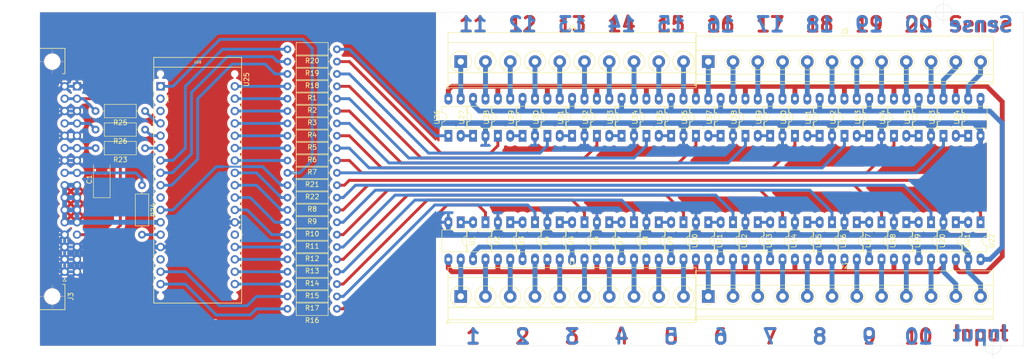
<source format=kicad_pcb>
(kicad_pcb (version 20221018) (generator pcbnew)
  (layers (0 "F.Cu" signal) (31 "B.Cu" signal) (34 "B.Paste" user) (35 "F.Paste" user) (36 "B.SilkS" user "B.Silkscreen") (37 "F.SilkS" user "F.Silkscreen") (38 "B.Mask" user) (39 "F.Mask" user) (44 "Edge.Cuts" user))
  (net 0 "")
  (net 1 "Net-(J2-Pad10)")
  (net 2 "Net-(J2-Pad9)")
  (net 3 "Net-(J2-Pad8)")
  (net 4 "Net-(J2-Pad7)")
  (net 5 "Net-(J2-Pad6)")
  (net 6 "Net-(J2-Pad5)")
  (net 7 "Net-(J2-Pad4)")
  (net 8 "Net-(J2-Pad3)")
  (net 9 "Net-(J2-Pad2)")
  (net 10 "Net-(J2-Pad1)")
  (net 11 "Net-(J4-Pad10)")
  (net 12 "Net-(J4-Pad9)")
  (net 13 "Net-(J4-Pad8)")
  (net 14 "Net-(J4-Pad7)")
  (net 15 "Net-(J4-Pad6)")
  (net 16 "Net-(J4-Pad5)")
  (net 17 "Net-(J4-Pad4)")
  (net 18 "Net-(J4-Pad3)")
  (net 19 "Net-(J4-Pad2)")
  (net 20 "Net-(J4-Pad1)")
  (net 21 "Net-(U1-Pad1)")
  (net 22 "GND")
  (net 23 "Net-(U11-Pad1)")
  (net 24 "Net-(U10-Pad2)")
  (net 25 "Net-(U23-Pad2)")
  (net 26 "Net-(U26-Pad2)")
  (net 27 "Net-(U30-Pad2)")
  (net 28 "Net-(U34-Pad2)")
  (net 29 "/SENSE_LO")
  (net 30 "Net-(J5-Pad10)")
  (net 31 "Net-(J5-Pad9)")
  (net 32 "Net-(J5-Pad8)")
  (net 33 "Net-(J5-Pad7)")
  (net 34 "Net-(J5-Pad6)")
  (net 35 "Net-(J5-Pad5)")
  (net 36 "Net-(J5-Pad4)")
  (net 37 "Net-(J5-Pad3)")
  (net 38 "Net-(J5-Pad2)")
  (net 39 "Net-(J5-Pad1)")
  (net 40 "STROBE")
  (net 41 "CLK")
  (net 42 "+5V")
  (net 43 "DATA")
  (net 44 "Net-(U19-Pad1)")
  (net 45 "Net-(U15-Pad1)")
  (net 46 "Net-(U38-Pad2)")
  (net 47 "Net-(U42-Pad2)")
  (net 48 "RESET")
  (net 49 "Net-(J1-Pad10)")
  (net 50 "Net-(J1-Pad9)")
  (net 51 "Net-(J1-Pad8)")
  (net 52 "Net-(J1-Pad7)")
  (net 53 "Net-(J1-Pad6)")
  (net 54 "Net-(J1-Pad5)")
  (net 55 "Net-(J1-Pad4)")
  (net 56 "Net-(J1-Pad3)")
  (net 57 "Net-(J1-Pad2)")
  (net 58 "Net-(J1-Pad1)")
  (net 59 "Net-(U13-Pad1)")
  (net 60 "Net-(U17-Pad1)")
  (net 61 "Net-(U21-Pad1)")
  (net 62 "Net-(U28-Pad2)")
  (net 63 "Net-(U32-Pad2)")
  (net 64 "Net-(U36-Pad2)")
  (net 65 "Net-(U40-Pad2)")
  (net 66 "Net-(U44-Pad2)")
  (net 67 "Net-(J2-Pad12)")
  (net 68 "Net-(J2-Pad11)")
  (net 69 "Net-(U3-Pad1)")
  (net 70 "Net-(U5-Pad1)")
  (net 71 "Net-(U7-Pad1)")
  (net 72 "Net-(U21-Pad4)")
  (net 73 "Net-(U22-Pad4)")
  (net 74 "Net-(R18-Pad2)")
  (net 75 "Net-(R19-Pad2)")
  (net 76 "Net-(R20-Pad2)")
  (net 77 "Net-(R14-Pad2)")
  (net 78 "Net-(R16-Pad2)")
  (net 79 "Net-(R1-Pad2)")
  (net 80 "Net-(R2-Pad2)")
  (net 81 "Net-(R3-Pad2)")
  (net 82 "Net-(R4-Pad2)")
  (net 83 "Net-(R5-Pad2)")
  (net 84 "Net-(R6-Pad2)")
  (net 85 "Net-(R7-Pad2)")
  (net 86 "Net-(R8-Pad2)")
  (net 87 "Net-(R9-Pad2)")
  (net 88 "Net-(R10-Pad2)")
  (net 89 "Net-(R11-Pad2)")
  (net 90 "Net-(R12-Pad2)")
  (net 91 "Net-(R13-Pad2)")
  (net 92 "Net-(R15-Pad2)")
  (net 93 "Net-(R17-Pad2)")
  (net 94 "Net-(J5-Pad12)")
  (net 95 "CH1")
  (net 96 "CH2")
  (net 97 "CH3")
  (net 98 "CH4")
  (net 99 "CH5")
  (net 100 "CH6")
  (net 101 "CH7")
  (net 102 "CH8")
  (net 103 "CH9")
  (net 104 "CH10")
  (net 105 "CH11")
  (net 106 "CH12")
  (net 107 "CH13")
  (net 108 "CH14")
  (net 109 "CH15")
  (net 110 "CH16")
  (net 111 "CH17")
  (net 112 "CH18")
  (net 113 "CH19")
  (net 114 "CH20")
  (net 115 "BUSB_2_INPUT")
  (net 116 "BUSB_2_SENSE")
  (net 117 "Net-(U25-Pad22)")
  (net 118 "Net-(U25-Pad15)")
  (net 119 "Net-(U25-Pad3)")
  (net 120 "Net-(U25-Pad2)")
  (net 121 "Net-(R21-Pad2)")
  (net 122 "Net-(R22-Pad2)")
  (net 123 "Net-(R24-Pad2)")
  (net 124 "Net-(U25-Pad10)")
  (net 125 "Net-(R23-Pad1)")
  (net 126 "Net-(R25-Pad1)")
  (net 127 "Net-(R26-Pad1)")
  (footprint "TerminalBlock_Phoenix:TerminalBlock_Phoenix_MKDS-1,5-12-5.08_1x12_P5.08mm_Horizontal" (layer "F.Cu") (at 162.56 144.78)
    (fp_text reference "J2")
    (fp_text value "Screw_Terminal_01x12")
  )
  (footprint "cozKiCadLibrary:DIP-4_W7.62mm_LongPads_coz" (layer "F.Cu") (at 177.8 129.54 -90)
    (fp_text reference "U14")
    (fp_text value "TLP3558")
  )
  (footprint "cozKiCadLibrary:DIP-4_W7.62mm_LongPads_coz" (layer "F.Cu") (at 213.36 129.54 -90)
    (fp_text reference "U21")
    (fp_text value "TLP3558")
  )
  (footprint "cozKiCadLibrary:DIP-4_W7.62mm_LongPads_coz" (layer "F.Cu") (at 208.28 129.54 -90)
    (fp_text reference "U20")
    (fp_text value "TLP3558")
  )
  (footprint "cozKiCadLibrary:DIP-4_W7.62mm_LongPads_coz" (layer "F.Cu") (at 187.96 129.54 -90)
    (fp_text reference "U16")
    (fp_text value "TLP3558")
  )
  (footprint "cozKiCadLibrary:DIP-4_W7.62mm_LongPads_coz" (layer "F.Cu") (at 193.04 129.54 -90)
    (fp_text reference "U17")
    (fp_text value "TLP3558")
  )
  (footprint "cozKiCadLibrary:DIP-4_W7.62mm_LongPads_coz" (layer "F.Cu") (at 172.72 129.54 -90)
    (fp_text reference "U13")
    (fp_text value "TLP3558")
  )
  (footprint "cozKiCadLibrary:DIP-4_W7.62mm_LongPads_coz" (layer "F.Cu") (at 203.2 129.54 -90)
    (fp_text reference "U19")
    (fp_text value "TLP3558")
  )
  (footprint "cozKiCadLibrary:DIP-4_W7.62mm_LongPads_coz" (layer "F.Cu") (at 218.44 129.54 -90)
    (fp_text reference "U22")
    (fp_text value "TLP3558")
  )
  (footprint "cozKiCadLibrary:DIP-4_W7.62mm_LongPads_coz" (layer "F.Cu") (at 198.12 129.54 -90)
    (fp_text reference "U18")
    (fp_text value "TLP3558")
  )
  (footprint "TerminalBlock_Phoenix:TerminalBlock_Phoenix_MKDS-3-10-5.08_1x10_P5.08mm_Horizontal" (layer "F.Cu") (at 111.76 144.78)
    (fp_text reference "J1")
    (fp_text value "Screw_Terminal_01x10")
  )
  (footprint "TerminalBlock_Phoenix:TerminalBlock_Phoenix_MKDS-1,5-12-5.08_1x12_P5.08mm_Horizontal" (layer "F.Cu") (at 162.56 96.52)
    (fp_text reference "J5")
    (fp_text value "Screw_Terminal_01x12")
  )
  (footprint "cozKiCadLibrary:DIP-4_W7.62mm_LongPads_coz" (layer "F.Cu") (at 127 129.54 -90)
    (fp_text reference "U4")
    (fp_text value "TLP3558")
  )
  (footprint "cozKiCadLibrary:DIP-4_W7.62mm_LongPads_coz" (layer "F.Cu") (at 116.84 129.54 -90)
    (fp_text reference "U2")
    (fp_text value "TLP3558")
  )
  (footprint "cozKiCadLibrary:DIP-4_W7.62mm_LongPads_coz" (layer "F.Cu") (at 137.16 129.54 -90)
    (fp_text reference "U6")
    (fp_text value "TLP3558")
  )
  (footprint "cozKiCadLibrary:DIP-4_W7.62mm_LongPads_coz" (layer "F.Cu") (at 111.76 129.54 -90)
    (fp_text reference "U1")
    (fp_text value "TLP3558")
  )
  (footprint "cozKiCadLibrary:DIP-4_W7.62mm_LongPads_coz" (layer "F.Cu") (at 121.92 129.54 -90)
    (fp_text reference "U3")
    (fp_text value "TLP3558")
  )
  (footprint "cozKiCadLibrary:DIP-4_W7.62mm_LongPads_coz" (layer "F.Cu") (at 134.62 111.76 90)
    (fp_text reference "U31")
    (fp_text value "TLP3558")
  )
  (footprint "cozKiCadLibrary:DIP-4_W7.62mm_LongPads_coz" (layer "F.Cu") (at 139.7 111.76 90)
    (fp_text reference "U32")
    (fp_text value "TLP3558")
  )
  (footprint "cozKiCadLibrary:DIP-4_W7.62mm_LongPads_coz" (layer "F.Cu") (at 147.32 129.54 -90)
    (fp_text reference "U8")
    (fp_text value "TLP3558")
  )
  (footprint "cozKiCadLibrary:DIP-4_W7.62mm_LongPads_coz" (layer "F.Cu") (at 144.78 111.76 90)
    (fp_text reference "U33")
    (fp_text value "TLP3558")
  )
  (footprint "cozKiCadLibrary:DIP-4_W7.62mm_LongPads_coz" (layer "F.Cu") (at 142.24 129.54 -90)
    (fp_text reference "U7")
    (fp_text value "TLP3558")
  )
  (footprint "cozKiCadLibrary:DIP-4_W7.62mm_LongPads_coz" (layer "F.Cu") (at 149.86 111.76 90)
    (fp_text reference "U34")
    (fp_text value "TLP3558")
  )
  (footprint "cozKiCadLibrary:DIP-4_W7.62mm_LongPads_coz" (layer "F.Cu") (at 152.4 129.54 -90)
    (fp_text reference "U9")
    (fp_text value "TLP3558")
  )
  (footprint "cozKiCadLibrary:DIP-4_W7.62mm_LongPads_coz" (layer "F.Cu") (at 132.08 129.54 -90)
    (fp_text reference "U5")
    (fp_text value "TLP3558")
  )
  (footprint "cozKiCadLibrary:DIP-4_W7.62mm_LongPads_coz" (layer "F.Cu") (at 154.94 111.76 90)
    (fp_text reference "U35")
    (fp_text value "TLP3558")
  )
  (footprint "cozKiCadLibrary:DIP-4_W7.62mm_LongPads_coz" (layer "F.Cu") (at 162.56 129.54 -90)
    (fp_text reference "U11")
    (fp_text value "TLP3558")
  )
  (footprint "cozKiCadLibrary:DIP-4_W7.62mm_LongPads_coz" (layer "F.Cu") (at 160.02 111.76 90)
    (fp_text reference "U36")
    (fp_text value "TLP3558")
  )
  (footprint "cozKiCadLibrary:DIP-4_W7.62mm_LongPads_coz" (layer "F.Cu") (at 157.48 129.54 -90)
    (fp_text reference "U10")
    (fp_text value "TLP3558")
  )
  (footprint "cozKiCadLibrary:DIP-4_W7.62mm_LongPads_coz" (layer "F.Cu") (at 167.64 129.54 -90)
    (fp_text reference "U12")
    (fp_text value "TLP3558")
  )
  (footprint "cozKiCadLibrary:DIP-4_W7.62mm_LongPads_coz" (layer "F.Cu") (at 165.1 111.76 90)
    (fp_text reference "U37")
    (fp_text value "TLP3558")
  )
  (footprint "cozKiCadLibrary:DIP-4_W7.62mm_LongPads_coz" (layer "F.Cu") (at 170.18 111.76 90)
    (fp_text reference "U38")
    (fp_text value "TLP3558")
  )
  (footprint "cozKiCadLibrary:DIP-4_W7.62mm_LongPads_coz" (layer "F.Cu") (at 175.26 111.76 90)
    (fp_text reference "U39")
    (fp_text value "TLP3558")
  )
  (footprint "cozKiCadLibrary:DIP-4_W7.62mm_LongPads_coz" (layer "F.Cu") (at 180.34 111.76 90)
    (fp_text reference "U40")
    (fp_text value "TLP3558")
  )
  (footprint "cozKiCadLibrary:DIP-4_W7.62mm_LongPads_coz" (layer "F.Cu") (at 185.42 111.76 90)
    (fp_text reference "U41")
    (fp_text value "TLP3558")
  )
  (footprint "cozKiCadLibrary:DIP-4_W7.62mm_LongPads_coz" (layer "F.Cu") (at 190.5 111.76 90)
    (fp_text reference "U42")
    (fp_text value "TLP3558")
  )
  (footprint "cozKiCadLibrary:DIP-4_W7.62mm_LongPads_coz" (layer "F.Cu") (at 195.58 111.76 90)
    (fp_text reference "U43")
    (fp_text value "TLP3558")
  )
  (footprint "cozKiCadLibrary:DIP-4_W7.62mm_LongPads_coz" (layer "F.Cu") (at 200.66 111.76 90)
    (fp_text reference "U44")
    (fp_text value "TLP3558")
  )
  (footprint "cozKiCadLibrary:DIP-4_W7.62mm_LongPads_coz" (layer "F.Cu") (at 205.74 111.76 90)
    (fp_text reference "U45")
    (fp_text value "TLP3558")
  )
  (footprint "cozKiCadLibrary:DIP-4_W7.62mm_LongPads_coz" (layer "F.Cu") (at 210.82 111.76 90)
    (fp_text reference "U23")
    (fp_text value "TLP3558")
  )
  (footprint "cozKiCadLibrary:DIP-4_W7.62mm_LongPads_coz" (layer "F.Cu") (at 215.9 111.76 90)
    (fp_text reference "U24")
    (fp_text value "TLP3558")
  )
  (footprint "cozKiCadLibrary:DIP-4_W7.62mm_LongPads_coz" (layer "F.Cu") (at 119.38 111.76 90)
    (fp_text reference "U28")
    (fp_text value "TLP3558")
  )
  (footprint "cozKiCadLibrary:DIP-4_W7.62mm_LongPads_coz" (layer "F.Cu") (at 129.54 111.76 90)
    (fp_text reference "U30")
    (fp_text value "TLP3558")
  )
  (footprint "cozKiCadLibrary:DIP-4_W7.62mm_LongPads_coz" (layer "F.Cu") (at 114.3 111.76 90)
    (fp_text reference "U27")
    (fp_text value "TLP3558")
  )
  (footprint "cozKiCadLibrary:DIP-4_W7.62mm_LongPads_coz" (layer "F.Cu") (at 109.22 111.76 90)
    (fp_text reference "U26")
    (fp_text value "TLP3558")
  )
  (footprint "cozKiCadLibrary:DIP-4_W7.62mm_LongPads_coz" (layer "F.Cu") (at 124.46 111.76 90)
    (fp_text reference "U29")
    (fp_text value "TLP3558")
  )
  (footprint "cozKiCadLibrary:DIP-4_W7.62mm_LongPads_coz" (layer "F.Cu") (at 182.88 129.54 -90)
    (fp_text reference "U15")
    (fp_text value "TLP3558")
  )
  (footprint "Resistor_THT:R_Axial_DIN0207_L6.3mm_D2.5mm_P10.16mm_Horizontal" (layer "F.Cu") (at 86.36 147.32 180)
    (fp_text reference "R16")
    (fp_text value "R")
  )
  (footprint "Resistor_THT:R_Axial_DIN0207_L6.3mm_D2.5mm_P10.16mm_Horizontal" (layer "F.Cu") (at 86.36 121.92 180)
    (fp_text reference "R22")
    (fp_text value "R")
  )
  (footprint "Resistor_THT:R_Axial_DIN0207_L6.3mm_D2.5mm_P10.16mm_Horizontal" (layer "F.Cu") (at 86.36 119.38 180)
    (fp_text reference "R21")
    (fp_text value "R")
  )
  (footprint "TerminalBlock_Phoenix:TerminalBlock_Phoenix_MKDS-3-10-5.08_1x10_P5.08mm_Horizontal" (layer "F.Cu") (at 111.76 96.52)
    (fp_text reference "J4")
    (fp_text value "Screw_Terminal_01x10")
  )
  (footprint "Resistor_THT:R_Axial_DIN0207_L6.3mm_D2.5mm_P10.16mm_Horizontal" (layer "F.Cu") (at 46.99 114.3 180)
    (fp_text reference "R23")
    (fp_text value "R")
  )
  (footprint "Resistor_THT:R_Axial_DIN0207_L6.3mm_D2.5mm_P10.16mm_Horizontal" (layer "F.Cu") (at 86.36 101.6 180)
    (fp_text reference "R1")
    (fp_text value "R")
  )
  (footprint "Resistor_THT:R_Axial_DIN0207_L6.3mm_D2.5mm_P10.16mm_Horizontal" (layer "F.Cu") (at 86.36 104.14 180)
    (fp_text reference "R2")
    (fp_text value "R")
  )
  (footprint "Resistor_THT:R_Axial_DIN0207_L6.3mm_D2.5mm_P10.16mm_Horizontal" (layer "F.Cu") (at 86.36 106.68 180)
    (fp_text reference "R3")
    (fp_text value "R")
  )
  (footprint "Resistor_THT:R_Axial_DIN0207_L6.3mm_D2.5mm_P10.16mm_Horizontal" (layer "F.Cu") (at 86.36 109.22 180)
    (fp_text reference "R4")
    (fp_text value "R")
  )
  (footprint "Resistor_THT:R_Axial_DIN0207_L6.3mm_D2.5mm_P10.16mm_Horizontal" (layer "F.Cu") (at 86.36 111.76 180)
    (fp_text reference "R5")
    (fp_text value "R")
  )
  (footprint "Resistor_THT:R_Axial_DIN0207_L6.3mm_D2.5mm_P10.16mm_Horizontal" (layer "F.Cu") (at 86.36 114.3 180)
    (fp_text reference "R6")
    (fp_text value "R")
  )
  (footprint "Resistor_THT:R_Axial_DIN0207_L6.3mm_D2.5mm_P10.16mm_Horizontal" (layer "F.Cu") (at 86.36 116.84 180)
    (fp_text reference "R7")
    (fp_text value "R")
  )
  (footprint "Resistor_THT:R_Axial_DIN0207_L6.3mm_D2.5mm_P10.16mm_Horizontal" (layer "F.Cu") (at 86.36 124.46 180)
    (fp_text reference "R8")
    (fp_text value "R")
  )
  (footprint "Resistor_THT:R_Axial_DIN0207_L6.3mm_D2.5mm_P10.16mm_Horizontal" (layer "F.Cu") (at 86.36 127 180)
    (fp_text reference "R9")
    (fp_text value "R")
  )
  (footprint "Resistor_THT:R_Axial_DIN0207_L6.3mm_D2.5mm_P10.16mm_Horizontal" (layer "F.Cu") (at 86.36 129.54 180)
    (fp_text reference "R10")
    (fp_text value "R")
  )
  (footprint "Resistor_THT:R_Axial_DIN0207_L6.3mm_D2.5mm_P10.16mm_Horizontal" (layer "F.Cu") (at 86.36 132.08 180)
    (fp_text reference "R11")
    (fp_text value "R")
  )
  (footprint "Resistor_THT:R_Axial_DIN0207_L6.3mm_D2.5mm_P10.16mm_Horizontal" (layer "F.Cu") (at 86.36 134.62 180)
    (fp_text reference "R12")
    (fp_text value "R")
  )
  (footprint "Resistor_THT:R_Axial_DIN0207_L6.3mm_D2.5mm_P10.16mm_Horizontal" (layer "F.Cu") (at 86.36 137.16 180)
    (fp_text reference "R13")
    (fp_text value "R")
  )
  (footprint "Resistor_THT:R_Axial_DIN0207_L6.3mm_D2.5mm_P10.16mm_Horizontal" (layer "F.Cu") (at 86.36 139.7 180)
    (fp_text reference "R14")
    (fp_text value "R")
  )
  (footprint "Resistor_THT:R_Axial_DIN0207_L6.3mm_D2.5mm_P10.16mm_Horizontal" (layer "F.Cu") (at 86.36 142.24 180)
    (fp_text reference "R15")
    (fp_text value "R")
  )
  (footprint "Resistor_THT:R_Axial_DIN0207_L6.3mm_D2.5mm_P10.16mm_Horizontal" (layer "F.Cu") (at 86.36 144.78 180)
    (fp_text reference "R17")
    (fp_text value "R")
  )
  (footprint "Resistor_THT:R_Axial_DIN0207_L6.3mm_D2.5mm_P10.16mm_Horizontal" (layer "F.Cu") (at 86.36 96.52 180)
    (fp_text reference "R19")
    (fp_text value "R")
  )
  (footprint "Resistor_THT:R_Axial_DIN0207_L6.3mm_D2.5mm_P10.16mm_Horizontal" (layer "F.Cu") (at 86.36 93.98 180)
    (fp_text reference "R20")
    (fp_text value "R")
  )
  (footprint "Resistor_THT:R_Axial_DIN0207_L6.3mm_D2.5mm_P10.16mm_Horizontal" (layer "F.Cu") (at 46.99 106.68 180)
    (fp_text reference "R25")
    (fp_text value "R")
  )
  (footprint "Resistor_THT:R_Axial_DIN0207_L6.3mm_D2.5mm_P10.16mm_Horizontal" (layer "F.Cu") (at 46.99 110.49 180)
    (fp_text reference "R26")
    (fp_text value "R")
  )
  (footprint "Resistor_THT:R_Axial_DIN0207_L6.3mm_D2.5mm_P10.16mm_Horizontal" (layer "F.Cu") (at 46.355 121.92 -90)
    (fp_text reference "R24")
    (fp_text value "R")
  )
  (footprint "Capacitor_Tantalum_SMD:CP_EIA-6032-20_AVX-F" (layer "F.Cu") (at 38.1 120.7275 90)
    (fp_text reference "C1")
    (fp_text value "10u")
  )
  (footprint "cozKiCadLibrary:DIN41612_B2_2x16_Horizontal" (layer "F.Cu") (at 30.48 139.7 90)
    (fp_text reference "J3")
    (fp_text value "Conn_02x16_Top_Bottom")
  )
  (footprint "cozKiCadLibrary:Arduino_Micro_Socket_coz" (layer "F.Cu") (at 50.165 101.6 -90)
    (fp_text reference "U25")
    (fp_text value "Arduino_Micro")
  )
  (footprint "Resistor_THT:R_Axial_DIN0207_L6.3mm_D2.5mm_P10.16mm_Horizontal" (layer "F.Cu") (at 86.36 99.06 180)
    (fp_text reference "R18")
    (fp_text value "R")
  )
  (gr_line (start 227.33 154.94) (end 25.4 154.94) (stroke (width 0.05)) (layer "Edge.Cuts"))
  (gr_line (start 25.4 154.94) (end 25.4 86.36) (stroke (width 0.05)) (layer "Edge.Cuts"))
  (gr_line (start 25.4 86.36) (end 227.33 86.36) (stroke (width 0.05)) (layer "Edge.Cuts"))
  (gr_line (start 227.33 86.36) (end 227.33 154.94) (stroke (width 0.05)) (layer "Edge.Cuts"))
  (gr_text "2" (at 124.46 153.035) (layer "F.Cu") (effects (font (size 3 3) (thickness 0.6))))
  (gr_text "3" (at 134.62 153.035) (layer "F.Cu") (effects (font (size 3 3) (thickness 0.6))))
  (gr_text "4" (at 144.78 153.035) (layer "F.Cu") (effects (font (size 3 3) (thickness 0.6))))
  (gr_text "5" (at 154.94 153.035) (layer "F.Cu") (effects (font (size 3 3) (thickness 0.6))))
  (gr_text "6" (at 165.1 153.035) (layer "F.Cu") (effects (font (size 3 3) (thickness 0.6))))
  (gr_text "7" (at 175.26 153.035) (layer "F.Cu") (effects (font (size 3 3) (thickness 0.6))))
  (gr_text "8" (at 185.42 153.035) (layer "F.Cu") (effects (font (size 3 3) (thickness 0.6))))
  (gr_text "9" (at 195.58 153.035) (layer "F.Cu") (effects (font (size 3 3) (thickness 0.6))))
  (gr_text "10" (at 205.74 153.035) (layer "F.Cu") (effects (font (size 3 3) (thickness 0.6))))
  (gr_text "Input" (at 218.44 152.4) (layer "F.Cu") (effects (font (size 3 3) (thickness 0.6))))
  (gr_text "11" (at 114.3 88.9) (layer "F.Cu") (effects (font (size 3 3) (thickness 0.6))))
  (gr_text "12" (at 124.46 88.9) (layer "F.Cu") (effects (font (size 3 3) (thickness 0.6))))
  (gr_text "13" (at 134.62 88.9) (layer "F.Cu") (effects (font (size 3 3) (thickness 0.6))))
  (gr_text "14" (at 144.78 88.9) (layer "F.Cu") (effects (font (size 3 3) (thickness 0.6))))
  (gr_text "15" (at 154.94 88.9) (layer "F.Cu") (effects (font (size 3 3) (thickness 0.6))))
  (gr_text "16" (at 165.1 88.9) (layer "F.Cu") (effects (font (size 3 3) (thickness 0.6))))
  (gr_text "17" (at 175.26 88.9) (layer "F.Cu") (effects (font (size 3 3) (thickness 0.6))))
  (gr_text "18" (at 185.42 88.9) (layer "F.Cu") (effects (font (size 3 3) (thickness 0.6))))
  (gr_text "19" (at 195.58 88.9) (layer "F.Cu") (effects (font (size 3 3) (thickness 0.6))))
  (gr_text "20" (at 205.74 88.9) (layer "F.Cu") (effects (font (size 3 3) (thickness 0.6))))
  (gr_text "Sense" (at 218.44 88.9) (layer "F.Cu") (effects (font (size 3 3) (thickness 0.6))))
  (gr_text "1" (at 114.3 153.035) (layer "F.Cu") (effects (font (size 3 3) (thickness 0.6))))
  (gr_text "CozScan 2020 - Rev 1" (at 47.625 151.13) (layer "F.Cu") (effects (font (size 1.5 1.5) (thickness 0.3))))
  (gr_text "3" (at 134.62 153.035) (layer "B.Cu") (effects (font (size 3 3) (thickness 0.6)) (justify mirror)))
  (gr_text "7" (at 175.26 153.035) (layer "B.Cu") (effects (font (size 3 3) (thickness 0.6)) (justify mirror)))
  (gr_text "2" (at 124.46 153.035) (layer "B.Cu") (effects (font (size 3 3) (thickness 0.6)) (justify mirror)))
  (gr_text "4" (at 144.78 153.035) (layer "B.Cu") (effects (font (size 3 3) (thickness 0.6)) (justify mirror)))
  (gr_text "9" (at 195.58 153.035) (layer "B.Cu") (effects (font (size 3 3) (thickness 0.6)) (justify mirror)))
  (gr_text "10" (at 205.74 153.035) (layer "B.Cu") (effects (font (size 3 3) (thickness 0.6)) (justify mirror)))
  (gr_text "6" (at 165.1 153.035) (layer "B.Cu") (effects (font (size 3 3) (thickness 0.6)) (justify mirror)))
  (gr_text "1" (at 114.3 153.035) (layer "B.Cu") (effects (font (size 3 3) (thickness 0.6)) (justify mirror)))
  (gr_text "Input" (at 218.44 152.4) (layer "B.Cu") (effects (font (size 3 3) (thickness 0.6)) (justify mirror)))
  (gr_text "5" (at 154.94 153.035) (layer "B.Cu") (effects (font (size 3 3) (thickness 0.6)) (justify mirror)))
  (gr_text "8" (at 185.42 153.035) (layer "B.Cu") (effects (font (size 3 3) (thickness 0.6)) (justify mirror)))
  (gr_text "13" (at 134.62 88.9) (layer "B.Cu") (effects (font (size 3 3) (thickness 0.6)) (justify mirror)))
  (gr_text "14" (at 144.78 88.9) (layer "B.Cu") (effects (font (size 3 3) (thickness 0.6)) (justify mirror)))
  (gr_text "20" (at 205.74 88.9) (layer "B.Cu") (effects (font (size 3 3) (thickness 0.6)) (justify mirror)))
  (gr_text "11" (at 114.3 88.9) (layer "B.Cu") (effects (font (size 3 3) (thickness 0.6)) (justify mirror)))
  (gr_text "15" (at 154.94 88.9) (layer "B.Cu") (effects (font (size 3 3) (thickness 0.6)) (justify mirror)))
  (gr_text "18" (at 185.42 88.9) (layer "B.Cu") (effects (font (size 3 3) (thickness 0.6)) (justify mirror)))
  (gr_text "19" (at 195.58 88.9) (layer "B.Cu") (effects (font (size 3 3) (thickness 0.6)) (justify mirror)))
  (gr_text "Sense" (at 218.44 88.9) (layer "B.Cu") (effects (font (size 3 3) (thickness 0.6)) (justify mirror)))
  (gr_text "17" (at 175.26 88.9) (layer "B.Cu") (effects (font (size 3 3) (thickness 0.6)) (justify mirror)))
  (gr_text "12" (at 124.46 88.9) (layer "B.Cu") (effects (font (size 3 3) (thickness 0.6)) (justify mirror)))
  (gr_text "16" (at 165.1 88.9) (layer "B.Cu") (effects (font (size 3 3) (thickness 0.6)) (justify mirror)))
  (target plus (at 27.94 144.78) (size 5) (width 0.05) (layer "Edge.Cuts"))
  (target plus (at 27.94 96.52) (size 5) (width 0.05) (layer "Edge.Cuts"))
  (target plus (at 220.98 154.94) (size 5) (width 0.05) (layer "Edge.Cuts"))
  (target plus (at 210.82 86.36) (size 5) (width 0.05) (layer "Edge.Cuts"))
  (segment (start 208.28 137.16) (end 208.28 144.78) (width 1) (layer "B.Cu") (net 1))
  (segment (start 203.2 137.16) (end 203.2 144.78) (width 1) (layer "B.Cu") (net 2))
  (segment (start 198.12 137.16) (end 198.12 144.78) (width 1) (layer "B.Cu") (net 3))
  (segment (start 193.04 137.16) (end 193.04 144.78) (width 1) (layer "B.Cu") (net 4))
  (segment (start 187.96 137.16) (end 187.96 144.78) (width 1) (layer "B.Cu") (net 5))
  (segment (start 182.88 137.16) (end 182.88 144.78) (width 1) (layer "B.Cu") (net 6))
  (segment (start 177.8 137.16) (end 177.8 144.78) (width 1) (layer "B.Cu") (net 7))
  (segment (start 172.72 137.16) (end 172.72 144.78) (width 1) (layer "B.Cu") (net 8))
  (segment (start 167.64 137.16) (end 167.64 144.78) (width 1) (layer "B.Cu") (net 9))
  (segment (start 162.56 137.16) (end 162.56 144.78) (width 1) (layer "B.Cu") (net 10))
  (segment (start 157.48 96.52) (end 157.48 104.14) (width 1) (layer "B.Cu") (net 11))
  (segment (start 152.4 96.52) (end 152.4 104.14) (width 1) (layer "B.Cu") (net 12))
  (segment (start 147.32 96.52) (end 147.32 104.14) (width 1) (layer "B.Cu") (net 13))
  (segment (start 142.24 96.52) (end 142.24 104.14) (width 1) (layer "B.Cu") (net 14))
  (segment (start 137.16 96.52) (end 137.16 104.14) (width 1) (layer "B.Cu") (net 15))
  (segment (start 132.08 96.52) (end 132.08 104.14) (width 1) (layer "B.Cu") (net 16))
  (segment (start 127 96.52) (end 127 104.14) (width 1) (layer "B.Cu") (net 17))
  (segment (start 121.92 96.52) (end 121.92 104.14) (width 1) (layer "B.Cu") (net 18))
  (segment (start 116.84 96.52) (end 116.84 104.14) (width 1) (layer "B.Cu") (net 19))
  (segment (start 111.76 96.52) (end 111.76 104.14) (width 1) (layer "B.Cu") (net 20))
  (segment (start 111.76 129.54) (end 114.3 129.54) (width 0.6) (layer "B.Cu") (net 21))
  (segment (start 30.48 134.62) (end 33.02 134.62) (width 0.6) (layer "B.Cu") (net 22))
  (segment (start 190.5 129.54) (end 190.5 132.08) (width 1) (layer "B.Cu") (net 22))
  (segment (start 29.845 101.6) (end 30.48 101.6) (width 0.6) (layer "B.Cu") (net 22))
  (segment (start 119.38 132.08) (end 129.54 132.08) (width 1) (layer "B.Cu") (net 22))
  (segment (start 177.8 111.76) (end 177.8 109.22) (width 1) (layer "B.Cu") (net 22))
  (segment (start 170.18 129.54) (end 170.18 132.08) (width 1) (layer "B.Cu") (net 22))
  (segment (start 127 111.76) (end 127 109.22) (width 1) (layer "B.Cu") (net 22))
  (segment (start 137.16 111.76) (end 137.16 109.22) (width 1) (layer "B.Cu") (net 22))
  (segment (start 33.02 134.62) (end 50.165 134.62) (width 1) (layer "B.Cu") (net 22))
  (segment (start 218.44 116.84) (end 218.44 111.76) (width 1) (layer "B.Cu") (net 22))
  (segment (start 116.84 109.289315) (end 116.909315 109.22) (width 1) (layer "B.Cu") (net 22))
  (segment (start 27.94 138.1125) (end 27.94 137.795) (width 0.6) (layer "B.Cu") (net 22))
  (segment (start 30.48 101.6) (end 33.02 101.6) (width 0.6) (layer "B.Cu") (net 22))
  (segment (start 27.94 106.68) (end 27.94 103.505) (width 0.6) (layer "B.Cu") (net 22))
  (segment (start 116.84 111.76) (end 116.84 109.22) (width 1) (layer "B.Cu") (net 22))
  (segment (start 30.48 116.84) (end 33.02 116.84) (width 0.6) (layer "B.Cu") (net 22))
  (segment (start 30.48 139.7) (end 33.02 139.7) (width 0.6) (layer "B.Cu") (net 22))
  (segment (start 30.48 134.62) (end 27.94 134.62) (width 0.6) (layer "B.Cu") (net 22))
  (segment (start 210.82 129.54) (end 210.82 124.46) (width 1) (layer "B.Cu") (net 22))
  (segment (start 119.38 129.54) (end 119.38 132.08) (width 1) (layer "B.Cu") (net 22))
  (segment (start 44.45 151.13) (end 86.36 151.13) (width 1) (layer "B.Cu") (net 22))
  (segment (start 217.03137 109.22) (end 218.44 110.62863) (width 1) (layer "B.Cu") (net 22))
  (segment (start 147.32 111.76) (end 147.32 109.22) (width 1) (layer "B.Cu") (net 22))
  (segment (start 129.54 129.54) (end 129.54 132.08) (width 1) (layer "B.Cu") (net 22))
  (segment (start 187.96 111.76) (end 187.96 109.22) (width 1) (layer "B.Cu") (net 22))
  (segment (start 218.44 110.62863) (end 218.44 111.76) (width 1) (layer "B.Cu") (net 22))
  (segment (start 208.28 111.76) (end 208.28 109.22) (width 1) (layer "B.Cu") (net 22))
  (segment (start 147.32 109.22) (end 157.48 109.22) (width 1) (layer "B.Cu") (net 22))
  (segment (start 27.94 111.76) (end 27.94 106.68) (width 0.6) (layer "B.Cu") (net 22))
  (segment (start 160.02 129.54) (end 160.02 132.08) (width 1) (layer "B.Cu") (net 22))
  (segment (start 27.94 134.62) (end 27.94 132.08) (width 0.6) (layer "B.Cu") (net 22))
  (segment (start 86.36 151.13) (end 105.41 132.08) (width 1) (layer "B.Cu") (net 22))
  (segment (start 27.94 132.08) (end 27.94 116.84) (width 0.6) (layer "B.Cu") (net 22))
  (segment (start 30.48 132.08) (end 30.48 134.62) (width 0.6) (layer "B.Cu") (net 22))
  (segment (start 116.84 109.22) (end 106.330648 109.22) (width 1) (layer "B.Cu") (net 22))
  (segment (start 87.280648 90.17) (end 46.3 90.17) (width 1) (layer "B.Cu") (net 22))
  (segment (start 116.84 111.76) (end 116.84 109.289315) (width 1) (layer "B.Cu") (net 22))
  (segment (start 30.48 116.84) (end 27.94 116.84) (width 0.6) (layer "B.Cu") (net 22))
  (segment (start 187.96 109.22) (end 198.12 109.22) (width 1) (layer "B.Cu") (net 22))
  (segment (start 27.94 116.84) (end 27.94 111.76) (width 0.6) (layer "B.Cu") (net 22))
  (segment (start 50.165 134.62) (end 55.245 134.62) (width 1) (layer "B.Cu") (net 22))
  (segment (start 55.245 134.62) (end 60.325 129.54) (width 1) (layer "B.Cu") (net 22))
  (segment (start 167.64 111.76) (end 167.64 109.22) (width 1) (layer "B.Cu") (net 22))
  (segment (start 180.34 132.08) (end 209.710001 132.08) (width 1) (layer "B.Cu") (net 22))
  (segment (start 30.48 134.62) (end 30.48 139.7) (width 0.6) (layer "B.Cu") (net 22))
  (segment (start 28.575 137.16) (end 27.94 137.795) (width 0.6) (layer "B.Cu") (net 22))
  (segment (start 30.48 132.08) (end 29.277919 132.08) (width 0.6) (layer "B.Cu") (net 22))
  (segment (start 127 109.22) (end 147.32 109.22) (width 1) (layer "B.Cu") (net 22))
  (segment (start 200.66 129.54) (end 200.66 132.08) (width 1) (layer "B.Cu") (net 22))
  (segment (start 105.41 132.08) (end 109.22 132.08) (width 1) (layer "B.Cu") (net 22))
  (segment (start 210.82 130.970001) (end 209.710001 132.08) (width 1) (layer "B.Cu") (net 22))
  (segment (start 139.7 132.08) (end 149.86 132.08) (width 1) (layer "B.Cu") (net 22))
  (segment (start 30.48 106.68) (end 33.02 106.68) (width 0.6) (layer "B.Cu") (net 22))
  (segment (start 27.94 137.795) (end 27.94 134.62) (width 0.6) (layer "B.Cu") (net 22))
  (segment (start 210.82 129.54) (end 210.82 130.970001) (width 1) (layer "B.Cu") (net 22))
  (segment (start 106.330648 109.22) (end 87.280648 90.17) (width 1) (layer "B.Cu") (net 22))
  (segment (start 210.82 124.46) (end 218.44 116.84) (width 1) (layer "B.Cu") (net 22))
  (segment (start 33.02 134.62) (end 33.02 139.7) (width 1) (layer "B.Cu") (net 22))
  (segment (start 109.22 129.54) (end 109.22 132.08) (width 1) (layer "B.Cu") (net 22))
  (segment (start 157.48 111.76) (end 157.48 109.22) (width 1) (layer "B.Cu") (net 22))
  (segment (start 149.86 129.54) (end 149.86 132.08) (width 1) (layer "B.Cu") (net 22))
  (segment (start 198.12 111.76) (end 198.12 109.22) (width 1) (layer "B.Cu") (net 22))
  (segment (start 157.48 109.22) (end 167.64 109.22) (width 1) (layer "B.Cu") (net 22))
  (segment (start 149.86 132.08) (end 180.34 132.08) (width 1) (layer "B.Cu") (net 22))
  (segment (start 208.28 109.22) (end 217.03137 109.22) (width 1) (layer "B.Cu") (net 22))
  (segment (start 27.94 103.505) (end 29.845 101.6) (width 0.6) (layer "B.Cu") (net 22))
  (segment (start 180.34 129.54) (end 180.34 132.08) (width 1) (layer "B.Cu") (net 22))
  (segment (start 46.3 90.17) (end 34.87 101.6) (width 1) (layer "B.Cu") (net 22))
  (segment (start 30.48 111.76) (end 27.94 111.76) (width 0.6) (layer "B.Cu") (net 22))
  (segment (start 198.12 109.22) (end 208.28 109.22) (width 1) (layer "B.Cu") (net 22))
  (segment (start 30.48 106.68) (end 27.94 106.68) (width 0.6) (layer "B.Cu") (net 22))
  (segment (start 30.48 139.7) (end 29.5275 139.7) (width 0.6) (layer "B.Cu") (net 22))
  (segment (start 116.909315 109.22) (end 127 109.22) (width 1) (layer "B.Cu") (net 22))
  (segment (start 167.64 109.22) (end 187.96 109.22) (width 1) (layer "B.Cu") (net 22))
  (segment (start 109.22 132.08) (end 119.38 132.08) (width 1) (layer "B.Cu") (net 22))
  (segment (start 33.02 139.7) (end 44.45 151.13) (width 1) (layer "B.Cu") (net 22))
  (segment (start 30.48 137.16) (end 33.02 137.16) (width 0.6) (layer "B.Cu") (net 22))
  (segment (start 34.87 101.6) (end 33.02 101.6) (width 1) (layer "B.Cu") (net 22))
  (segment (start 129.54 132.08) (end 139.7 132.08) (width 1) (layer "B.Cu") (net 22))
  (segment (start 139.7 129.54) (end 139.7 132.08) (width 1) (layer "B.Cu") (net 22))
  (segment (start 60.325 129.54) (end 65.405 129.54) (width 1) (layer "B.Cu") (net 22))
  (segment (start 30.48 137.16) (end 28.575 137.16) (width 0.6) (layer "B.Cu") (net 22))
  (segment (start 29.5275 139.7) (end 27.94 138.1125) (width 0.6) (layer "B.Cu") (net 22))
  (segment (start 29.277919 132.08) (end 27.94 132.08) (width 0.6) (layer "B.Cu") (net 22))
  (segment (start 165.1 129.54) (end 162.56 129.54) (width 0.6) (layer "B.Cu") (net 23))
  (segment (start 154.94 129.54) (end 152.4 129.54) (width 0.6) (layer "B.Cu") (net 24))
  (segment (start 213.36 111.76) (end 215.9 111.76) (width 0.6) (layer "B.Cu") (net 25))
  (segment (start 111.76 111.76) (end 114.3 111.76) (width 0.6) (layer "B.Cu") (net 26))
  (segment (start 132.08 111.76) (end 134.62 111.76) (width 0.6) (layer "B.Cu") (net 27))
  (segment (start 152.4 111.76) (end 154.94 111.76) (width 0.6) (layer "B.Cu") (net 28))
  (segment (start 213.36 96.52) (end 213.36 97.79) (width 1) (layer "B.Cu") (net 29))
  (segment (start 213.36 97.79) (end 210.82 100.33) (width 1) (layer "B.Cu") (net 29))
  (segment (start 210.82 100.33) (end 210.82 104.14) (width 1) (layer "B.Cu") (net 29))
  (segment (start 208.28 96.52) (end 208.28 104.14) (width 1) (layer "B.Cu") (net 30))
  (segment (start 203.2 96.52) (end 203.2 104.14) (width 1) (layer "B.Cu") (net 31))
  (segment (start 198.12 96.52) (end 198.12 104.14) (width 1) (layer "B.Cu") (net 32))
  (segment (start 193.04 96.52) (end 193.04 104.14) (width 1) (layer "B.Cu") (net 33))
  (segment (start 187.96 96.52) (end 187.96 104.14) (width 1) (layer "B.Cu") (net 34))
  (segment (start 182.88 96.52) (end 182.88 104.14) (width 1) (layer "B.Cu") (net 35))
  (segment (start 177.8 96.52) (end 177.8 104.14) (width 1) (layer "B.Cu") (net 36))
  (segment (start 172.72 96.52) (end 172.72 104.14) (width 1) (layer "B.Cu") (net 37))
  (segment (start 167.64 96.52) (end 167.64 104.14) (width 1) (layer "B.Cu") (net 38))
  (segment (start 162.56 96.52) (end 162.56 104.14) (width 1) (layer "B.Cu") (net 39))
  (segment (start 33.02 114.3) (end 36.83 114.3) (width 0.6) (layer "B.Cu") (net 40))
  (segment (start 30.48 114.3) (end 33.02 114.3) (width 0.6) (layer "B.Cu") (net 40))
  (segment (start 30.48 109.22) (end 33.02 109.22) (width 0.6) (layer "B.Cu") (net 41))
  (segment (start 35.56 109.22) (end 36.83 110.49) (width 0.6) (layer "B.Cu") (net 41))
  (segment (start 33.02 109.22) (end 35.56 109.22) (width 0.6) (layer "B.Cu") (net 41))
  (segment (start 33.02 129.54) (end 50.165 129.54) (width 1) (layer "B.Cu") (net 42))
  (segment (start 30.48 129.54) (end 33.02 129.54) (width 1) (layer "B.Cu") (net 42))
  (segment (start 30.48 121.92) (end 30.48 129.54) (width 1) (layer "B.Cu") (net 42))
  (segment (start 30.48 124.46) (end 33.02 124.46) (width 1) (layer "B.Cu") (net 42))
  (segment (start 33.02 127) (end 30.48 127) (width 1) (layer "B.Cu") (net 42))
  (segment (start 33.02 121.92) (end 33.02 129.54) (width 1) (layer "B.Cu") (net 42))
  (segment (start 33.02 121.92) (end 30.48 121.92) (width 1) (layer "B.Cu") (net 42))
  (segment (start 41.91 106.68) (end 39.37 104.14) (width 0.6) (layer "F.Cu") (net 43))
  (segment (start 33.02 132.08) (end 40.005 132.08) (width 0.6) (layer "F.Cu") (net 43))
  (segment (start 40.005 132.08) (end 41.91 130.175) (width 0.6) (layer "F.Cu") (net 43))
  (segment (start 39.37 104.14) (end 33.02 104.14) (width 0.6) (layer "F.Cu") (net 43))
  (segment (start 41.91 130.175) (end 41.91 106.68) (width 0.6) (layer "F.Cu") (net 43))
  (segment (start 33.02 104.14) (end 34.29 104.14) (width 0.6) (layer "B.Cu") (net 43))
  (segment (start 34.29 104.14) (end 36.83 106.68) (width 0.6) (layer "B.Cu") (net 43))
  (segment (start 30.48 104.14) (end 33.02 104.14) (width 0.6) (layer "B.Cu") (net 43))
  (segment (start 203.2 129.54) (end 205.74 129.54) (width 0.6) (layer "B.Cu") (net 44))
  (segment (start 182.88 129.54) (end 185.42 129.54) (width 0.6) (layer "B.Cu") (net 45))
  (segment (start 172.72 111.76) (end 175.26 111.76) (width 0.6) (layer "B.Cu") (net 46))
  (segment (start 193.04 111.76) (end 195.58 111.76) (width 0.6) (layer "B.Cu") (net 47))
  (segment (start 46.355 120.65) (end 46.355 121.92) (width 0.6) (layer "B.Cu") (net 48))
  (segment (start 33.02 119.38) (end 45.085 119.38) (width 0.6) (layer "B.Cu") (net 48))
  (segment (start 45.085 119.38) (end 46.355 120.65) (width 0.6) (layer "B.Cu") (net 48))
  (segment (start 30.48 119.38) (end 33.02 119.38) (width 0.6) (layer "B.Cu") (net 48))
  (segment (start 157.48 144.78) (end 157.48 137.16) (width 1) (layer "B.Cu") (net 49))
  (segment (start 152.4 144.78) (end 152.4 137.16) (width 1) (layer "B.Cu") (net 50))
  (segment (start 147.32 144.78) (end 147.32 137.16) (width 1) (layer "B.Cu") (net 51))
  (segment (start 142.24 144.78) (end 142.24 137.16) (width 1) (layer "B.Cu") (net 52))
  (segment (start 137.16 144.78) (end 137.16 137.16) (width 1) (layer "B.Cu") (net 53))
  (segment (start 132.08 144.78) (end 132.08 137.16) (width 1) (layer "B.Cu") (net 54))
  (segment (start 127 144.78) (end 127 137.16) (width 1) (layer "B.Cu") (net 55))
  (segment (start 121.92 144.78) (end 121.92 137.16) (width 1) (layer "B.Cu") (net 56))
  (segment (start 116.84 137.16) (end 116.84 144.78) (width 1) (layer "B.Cu") (net 57))
  (segment (start 111.76 137.16) (end 111.76 144.78) (width 1) (layer "B.Cu") (net 58))
  (segment (start 172.72 129.54) (end 175.26 129.54) (width 0.6) (layer "B.Cu") (net 59))
  (segment (start 193.04 129.54) (end 195.58 129.54) (width 0.6) (layer "B.Cu") (net 60))
  (segment (start 213.36 129.54) (end 215.9 129.54) (width 0.6) (layer "B.Cu") (net 61))
  (segment (start 121.92 111.76) (end 124.46 111.76) (width 0.6) (layer "B.Cu") (net 62))
  (segment (start 142.24 111.76) (end 144.78 111.76) (width 0.6) (layer "B.Cu") (net 63))
  (segment (start 162.56 111.76) (end 165.1 111.76) (width 0.6) (layer "B.Cu") (net 64))
  (segment (start 182.88 111.76) (end 185.42 111.76) (width 0.6) (layer "B.Cu") (net 65))
  (segment (start 203.2 111.76) (end 205.74 111.76) (width 0.6) (layer "B.Cu") (net 66))
  (segment (start 144.78 137.16) (end 144.78 134.62) (width 1) (layer "B.Cu") (net 67))
  (segment (start 114.3 135.89) (end 115.57 134.62) (width 1) (layer "B.Cu") (net 67))
  (segment (start 205.74 134.62) (end 214.63 134.62) (width 1) (layer "B.Cu") (net 67))
  (segment (start 144.78 134.62) (end 154.94 134.62) (width 1) (layer "B.Cu") (net 67))
  (segment (start 175.26 137.16) (end 175.26 134.62) (width 1) (layer "B.Cu") (net 67))
  (segment (start 205.74 137.16) (end 205.74 134.62) (width 1) (layer "B.Cu") (net 67))
  (segment (start 154.94 134.62) (end 165.1 134.62) (width 1) (layer "B.Cu") (net 67))
  (segment (start 185.42 137.16) (end 185.42 134.62) (width 1) (layer "B.Cu") (net 67))
  (segment (start 124.46 134.62) (end 134.62 134.62) (width 1) (layer "B.Cu") (net 67))
  (segment (start 114.3 137.16) (end 114.3 135.89) (width 1) (layer "B.Cu") (net 67))
  (segment (start 218.44 142.24) (end 218.44 144.78) (width 1) (layer "B.Cu") (net 67))
  (segment (start 214.63 134.62) (end 215.9 135.89) (width 1) (layer "B.Cu") (net 67))
  (segment (start 185.42 134.62) (end 195.58 134.62) (width 1) (layer "B.Cu") (net 67))
  (segment (start 215.9 139.7) (end 218.44 142.24) (width 1) (layer "B.Cu") (net 67))
  (segment (start 115.57 134.62) (end 124.46 134.62) (width 1) (layer "B.Cu") (net 67))
  (segment (start 175.26 134.62) (end 185.42 134.62) (width 1) (layer "B.Cu") (net 67))
  (segment (start 154.94 137.16) (end 154.94 134.62) (width 1) (layer "B.Cu") (net 67))
  (segment (start 124.46 137.16) (end 124.46 134.62) (width 1) (layer "B.Cu") (net 67))
  (segment (start 195.58 134.62) (end 205.74 134.62) (width 1) (layer "B.Cu") (net 67))
  (segment (start 215.9 137.16) (end 215.9 139.7) (width 1) (layer "B.Cu") (net 67))
  (segment (start 165.1 134.62) (end 175.26 134.62) (width 1) (layer "B.Cu") (net 67))
  (segment (start 165.1 137.16) (end 165.1 134.62) (width 1) (layer "B.Cu") (net 67))
  (segment (start 215.9 135.89) (end 215.9 137.16) (width 1) (layer "B.Cu") (net 67))
  (segment (start 134.62 137.16) (end 134.62 134.62) (width 1) (layer "B.Cu") (net 67))
  (segment (start 195.58 137.16) (end 195.58 134.62) (width 1) (layer "B.Cu") (net 67))
  (segment (start 134.62 134.62) (end 144.78 134.62) (width 1) (layer "B.Cu") (net 67))
  (segment (start 180.34 139.7) (end 190.5 139.7) (width 1) (layer "F.Cu") (net 68))
  (segment (start 119.38 139.7) (end 129.54 139.7) (width 1) (layer "F.Cu") (net 68))
  (segment (start 170.18 137.16) (end 170.18 139.7) (width 1) (layer "F.Cu") (net 68))
  (segment (start 149.86 137.16) (end 149.86 139.7) (width 1) (layer "F.Cu") (net 68))
  (segment (start 109.22 137.16) (end 109.22 138.96) (width 1) (layer "F.Cu") (net 68))
  (segment (start 149.86 139.7) (end 160.02 139.7) (width 1) (layer "F.Cu") (net 68))
  (segment (start 210.82 138.63) (end 210.82 137.16) (width 1) (layer "F.Cu") (net 68))
  (segment (start 129.54 137.16) (end 129.54 139.7) (width 1) (layer "F.Cu") (net 68))
  (segment (start 200.66 139.7) (end 209.75 139.7) (width 1) (layer "F.Cu") (net 68))
  (segment (start 109.22 136.76) (end 109.22 137.16) (width 1) (layer "F.Cu") (net 68))
  (segment (start 170.18 139.7) (end 180.34 139.7) (width 1) (layer "F.Cu") (net 68))
  (segment (start 209.75 139.7) (end 210.82 138.63) (width 1) (layer "F.Cu") (net 68))
  (segment (start 119.38 137.16) (end 119.38 139.7) (width 1) (layer "F.Cu") (net 68))
  (segment (start 109.22 138.96) (end 109.96 139.7) (width 1) (layer "F.Cu") (net 68))
  (segment (start 139.7 137.16) (end 139.7 139.7) (width 1) (layer "F.Cu") (net 68))
  (segment (start 190.5 137.16) (end 190.5 139.7) (width 1) (layer "F.Cu") (net 68))
  (segment (start 200.66 137.16) (end 200.66 139.7) (width 1) (layer "F.Cu") (net 68))
  (segment (start 160.02 139.7) (end 170.18 139.7) (width 1) (layer "F.Cu") (net 68))
  (segment (start 109.96 139.7) (end 119.38 139.7) (width 1) (layer "F.Cu") (net 68))
  (segment (start 139.7 139.7) (end 149.86 139.7) (width 1) (layer "F.Cu") (net 68))
  (segment (start 160.02 137.16) (end 160.02 139.7) (width 1) (layer "F.Cu") (net 68))
  (segment (start 180.34 137.16) (end 180.34 139.7) (width 1) (layer "F.Cu") (net 68))
  (segment (start 129.54 139.7) (end 139.7 139.7) (width 1) (layer "F.Cu") (net 68))
  (segment (start 190.5 139.7) (end 200.66 139.7) (width 1) (layer "F.Cu") (net 68))
  (segment (start 210.82 139.7) (end 210.82 137.16) (width 1) (layer "B.Cu") (net 68))
  (segment (start 213.36 144.78) (end 213.36 142.24) (width 1) (layer "B.Cu") (net 68))
  (segment (start 213.36 142.24) (end 210.82 139.7) (width 1) (layer "B.Cu") (net 68))
  (segment (start 124.46 129.54) (end 121.92 129.54) (width 0.6) (layer "B.Cu") (net 69))
  (segment (start 134.62 129.54) (end 132.08 129.54) (width 0.6) (layer "B.Cu") (net 70))
  (segment (start 144.78 129.54) (end 142.24 129.54) (width 0.6) (layer "B.Cu") (net 71))
  (segment (start 170.18 104.14) (end 170.18 101.6) (width 1) (layer "F.Cu") (net 72))
  (segment (start 160.02 104.14) (end 160.02 101.6) (width 1) (layer "F.Cu") (net 72))
  (segment (start 180.34 101.6) (end 190.5 101.6) (width 1) (layer "F.Cu") (net 72))
  (segment (start 190.5 104.14) (end 190.5 101.6) (width 1) (layer "F.Cu") (net 72))
  (segment (start 129.54 104.14) (end 129.54 101.6) (width 1) (layer "F.Cu") (net 72))
  (segment (start 219.71 101.6) (end 222.885 104.775) (width 1) (layer "F.Cu") (net 72))
  (segment (start 212.29 101.6) (end 219.71 101.6) (width 1) (layer "F.Cu") (net 72))
  (segment (start 190.5 101.6) (end 200.66 101.6) (width 1) (layer "F.Cu") (net 72))
  (segment (start 109.22 104.14) (end 109.22 102.34) (width 1) (layer "F.Cu") (net 72))
  (segment (start 222.885 104.775) (end 222.885 136.525) (width 1) (layer "F.Cu") (net 72))
  (segment (start 214.1 139.7) (end 213.36 138.96) (width 1) (layer "F.Cu") (net 72))
  (segment (start 109.22 102.34) (end 109.96 101.6) (width 1) (layer "F.Cu") (net 72))
  (segment (start 160.02 101.6) (end 170.18 101.6) (width 1) (layer "F.Cu") (net 72))
  (segment (start 200.66 104.14) (end 200.66 101.6) (width 1) (layer "F.Cu") (net 72))
  (segment (start 219.71 139.7) (end 214.1 139.7) (width 1) (layer "F.Cu") (net 72))
  (segment (start 139.7 104.14) (end 139.7 101.6) (width 1) (layer "F.Cu") (net 72))
  (segment (start 139.7 101.6) (end 149.86 101.6) (width 1) (layer "F.Cu") (net 72))
  (segment (start 213.36 101.6) (end 213.36 104.14) (width 1) (layer "F.Cu") (net 72))
  (segment (start 180.34 104.14) (end 180.34 101.6) (width 1) (layer "F.Cu") (net 72))
  (segment (start 149.86 101.6) (end 160.02 101.6) (width 1) (layer "F.Cu") (net 72))
  (segment (start 119.38 101.6) (end 129.54 101.6) (width 1) (layer "F.Cu") (net 72))
  (segment (start 213.36 138.96) (end 213.36 137.16) (width 1) (layer "F.Cu") (net 72))
  (segment (start 212.29 101.6) (end 213.36 101.6) (width 1) (layer "F.Cu") (net 72))
  (segment (start 129.54 101.6) (end 139.7 101.6) (width 1) (layer "F.Cu") (net 72))
  (segment (start 109.96 101.6) (end 119.38 101.6) (width 1) (layer "F.Cu") (net 72))
  (segment (start 170.18 101.6) (end 180.34 101.6) (width 1) (layer "F.Cu") (net 72))
  (segment (start 119.38 104.14) (end 119.38 101.6) (width 1) (layer "F.Cu") (net 72))
  (segment (start 200.66 101.6) (end 212.29 101.6) (width 1) (layer "F.Cu") (net 72))
  (segment (start 222.885 136.525) (end 219.71 139.7) (width 1) (layer "F.Cu") (net 72))
  (segment (start 149.86 104.14) (end 149.86 101.6) (width 1) (layer "F.Cu") (net 72))
  (segment (start 165.1 104.14) (end 165.1 106.68) (width 1) (layer "B.Cu") (net 73))
  (segment (start 115.57 106.68) (end 124.46 106.68) (width 1) (layer "B.Cu") (net 73))
  (segment (start 220.345 106.68) (end 218.44 106.68) (width 1) (layer "B.Cu") (net 73))
  (segment (start 185.42 106.68) (end 195.58 106.68) (width 1) (layer "B.Cu") (net 73))
  (segment (start 114.3 104.14) (end 114.3 105.41) (width 1) (layer "B.Cu") (net 73))
  (segment (start 134.62 104.14) (end 134.62 106.68) (width 1) (layer "B.Cu") (net 73))
  (segment (start 185.42 104.14) (end 185.42 106.68) (width 1) (layer "B.Cu") (net 73))
  (segment (start 205.74 106.68) (end 205.74 104.14) (width 1) (layer "B.Cu") (net 73))
  (segment (start 222.885 109.22) (end 220.345 106.68) (width 1) (layer "B.Cu") (net 73))
  (segment (start 218.44 106.68) (end 204.47 106.68) (width 1) (layer "B.Cu") (net 73))
  (segment (start 218.44 137.16) (end 220.345 137.16) (width 1) (layer "B.Cu") (net 73))
  (segment (start 204.47 106.68) (end 205.74 106.68) (width 1) (layer "B.Cu") (net 73))
  (segment (start 220.345 137.16) (end 222.885 134.62) (width 1) (layer "B.Cu") (net 73))
  (segment (start 165.1 106.68) (end 175.26 106.68) (width 1) (layer "B.Cu") (net 73))
  (segment (start 175.26 104.14) (end 175.26 106.68) (width 1) (layer "B.Cu") (net 73))
  (segment (start 154.94 106.68) (end 165.1 106.68) (width 1) (layer "B.Cu") (net 73))
  (segment (start 222.885 134.62) (end 222.885 109.22) (width 1) (layer "B.Cu") (net 73))
  (segment (start 175.26 106.68) (end 185.42 106.68) (width 1) (layer "B.Cu") (net 73))
  (segment (start 218.44 106.68) (end 218.44 104.14) (width 1) (layer "B.Cu") (net 73))
  (segment (start 195.58 104.14) (end 195.58 106.68) (width 1) (layer "B.Cu") (net 73))
  (segment (start 134.62 106.68) (end 154.94 106.68) (width 1) (layer "B.Cu") (net 73))
  (segment (start 154.94 104.14) (end 154.94 106.68) (width 1) (layer "B.Cu") (net 73))
  (segment (start 114.3 105.41) (end 115.57 106.68) (width 1) (layer "B.Cu") (net 73))
  (segment (start 144.78 104.14) (end 144.78 106.68) (width 1) (layer "B.Cu") (net 73))
  (segment (start 124.46 104.14) (end 124.46 106.68) (width 1) (layer "B.Cu") (net 73))
  (segment (start 195.58 106.68) (end 204.47 106.68) (width 1) (layer "B.Cu") (net 73))
  (segment (start 124.46 106.68) (end 134.62 106.68) (width 1) (layer "B.Cu") (net 73))
  (segment (start 57.785 116.586) (end 52.451 121.92) (width 0.6) (layer "B.Cu") (net 74))
  (segment (start 73.66 99.06) (end 71.628 97.028) (width 0.6) (layer "B.Cu") (net 74))
  (segment (start 71.628 97.028) (end 64.897 97.028) (width 0.6) (layer "B.Cu") (net 74))
  (segment (start 76.2 99.06) (end 73.66 99.06) (width 0.6) (layer "B.Cu") (net 74))
  (segment (start 64.897 97.028) (end 57.785 104.14) (width 0.6) (layer "B.Cu") (net 74))
  (segment (start 51.435 121.92) (end 50.165 121.92) (width 0.6) (layer "B.Cu") (net 74))
  (segment (start 52.451 121.92) (end 51.435 121.92) (width 0.6) (layer "B.Cu") (net 74))
  (segment (start 57.785 104.14) (end 57.785 116.586) (width 0.6) (layer "B.Cu") (net 74))
  (segment (start 76.2 96.52) (end 74.168 96.52) (width 0.6) (layer "B.Cu") (net 75))
  (segment (start 56.515 115.443) (end 52.595 119.363) (width 0.6) (layer "B.Cu") (net 75))
  (segment (start 52.595 119.363) (end 50.148 119.363) (width 0.6) (layer "B.Cu") (net 75))
  (segment (start 73.025 95.504) (end 63.881 95.504) (width 0.6) (layer "B.Cu") (net 75))
  (segment (start 74.168 96.52) (end 73.152 95.504) (width 0.6) (layer "B.Cu") (net 75))
  (segment (start 56.515 102.87) (end 56.515 115.443) (width 0.6) (layer "B.Cu") (net 75))
  (segment (start 63.881 95.504) (end 56.515 102.87) (width 0.6) (layer "B.Cu") (net 75))
  (segment (start 76.2 93.98) (end 62.865 93.98) (width 0.6) (layer "B.Cu") (net 76))
  (segment (start 51.369314 116.823) (end 50.148 116.823) (width 0.6) (layer "B.Cu") (net 76))
  (segment (start 55.244999 101.600001) (end 55.244999 114.300001) (width 0.6) (layer "B.Cu") (net 76))
  (segment (start 55.244999 114.300001) (end 52.722 116.823) (width 0.6) (layer "B.Cu") (net 76))
  (segment (start 62.865 93.98) (end 55.244999 101.600001) (width 0.6) (layer "B.Cu") (net 76))
  (segment (start 52.722 116.823) (end 51.369314 116.823) (width 0.6) (layer "B.Cu") (net 76))
  (segment (start 65.405 139.7) (end 76.2 139.7) (width 0.6) (layer "B.Cu") (net 77))
  (segment (start 69.85 147.32) (end 68.58 148.59) (width 0.6) (layer "B.Cu") (net 78))
  (segment (start 68.58 148.59) (end 61.595 148.59) (width 0.6) (layer "B.Cu") (net 78))
  (segment (start 61.595 148.59) (end 55.245 142.24) (width 0.6) (layer "B.Cu") (net 78))
  (segment (start 55.245 142.24) (end 50.165 142.24) (width 0.6) (layer "B.Cu") (net 78))
  (segment (start 76.2 147.32) (end 69.85 147.32) (width 0.6) (layer "B.Cu") (net 78))
  (segment (start 65.405 101.6) (end 76.2 101.6) (width 0.6) (layer "B.Cu") (net 79))
  (segment (start 76.2 104.14) (end 65.405 104.14) (width 0.6) (layer "B.Cu") (net 80))
  (segment (start 65.405 106.68) (end 76.2 106.68) (width 0.6) (layer "B.Cu") (net 81))
  (segment (start 76.2 109.22) (end 65.405 109.22) (width 0.6) (layer "B.Cu") (net 82))
  (segment (start 65.405 111.76) (end 76.2 111.76) (width 0.6) (layer "B.Cu") (net 83))
  (segment (start 76.2 114.3) (end 65.405 114.3) (width 0.6) (layer "B.Cu") (net 84))
  (segment (start 65.405 116.84) (end 76.2 116.84) (width 0.6) (layer "B.Cu") (net 85))
  (segment (start 69.85 119.38) (end 74.93 124.46) (width 0.6) (layer "B.Cu") (net 86))
  (segment (start 74.93 124.46) (end 76.2 124.46) (width 0.6) (layer "B.Cu") (net 86))
  (segment (start 65.405 119.38) (end 69.85 119.38) (width 0.6) (layer "B.Cu") (net 86))
  (segment (start 65.405 121.92) (end 69.85 121.92) (width 0.6) (layer "B.Cu") (net 87))
  (segment (start 69.85 121.92) (end 74.93 127) (width 0.6) (layer "B.Cu") (net 87))
  (segment (start 74.93 127) (end 76.2 127) (width 0.6) (layer "B.Cu") (net 87))
  (segment (start 73.66 129.54) (end 76.2 129.54) (width 0.6) (layer "B.Cu") (net 88))
  (segment (start 68.58 124.46) (end 73.66 129.54) (width 0.6) (layer "B.Cu") (net 88))
  (segment (start 65.405 124.46) (end 68.58 124.46) (width 0.6) (layer "B.Cu") (net 88))
  (segment (start 73.025 132.08) (end 76.2 132.08) (width 0.6) (layer "B.Cu") (net 89))
  (segment (start 67.945 127) (end 73.025 132.08) (width 0.6) (layer "B.Cu") (net 89))
  (segment (start 65.405 127) (end 67.945 127) (width 0.6) (layer "B.Cu") (net 89))
  (segment (start 65.405 134.62) (end 76.2 134.62) (width 0.6) (layer "B.Cu") (net 90))
  (segment (start 65.405 137.16) (end 76.2 137.16) (width 0.6) (layer "B.Cu") (net 91))
  (segment (start 65.405 142.24) (end 76.2 142.24) (width 0.6) (layer "B.Cu") (net 92))
  (segment (start 69.85 144.78) (end 67.945 146.685) (width 0.6) (layer "B.Cu") (net 93))
  (segment (start 55.245 139.7) (end 50.165 139.7) (width 0.6) (layer "B.Cu") (net 93))
  (segment (start 67.945 146.685) (end 62.23 146.685) (width 0.6) (layer "B.Cu") (net 93))
  (segment (start 76.2 144.78) (end 69.85 144.78) (width 0.6) (layer "B.Cu") (net 93))
  (segment (start 62.23 146.685) (end 55.245 139.7) (width 0.6) (layer "B.Cu") (net 93))
  (segment (start 215.9 101.6) (end 218.44 99.06) (width 1) (layer "B.Cu") (net 94))
  (segment (start 218.44 99.06) (end 218.44 96.52) (width 1) (layer "B.Cu") (net 94))
  (segment (start 215.9 104.14) (end 215.9 101.6) (width 1) (layer "B.Cu") (net 94))
  (segment (start 86.36 147.32) (end 87.63 147.32) (width 0.6) (layer "F.Cu") (net 95))
  (segment (start 87.63 147.32) (end 108.966 125.984) (width 0.6) (layer "F.Cu") (net 95))
  (segment (start 108.966 125.984) (end 115.316 125.984) (width 0.6) (layer "F.Cu") (net 95))
  (segment (start 115.316 125.984) (end 116.84 127.508) (width 0.6) (layer "F.Cu") (net 95))
  (segment (start 116.84 127.508) (end 116.84 129.54) (width 0.6) (layer "F.Cu") (net 95))
  (segment (start 116.84 129.14) (end 116.84 129.54) (width 0.6) (layer "B.Cu") (net 95))
  (segment (start 125.476 125.984) (end 127 127.508) (width 0.6) (layer "B.Cu") (net 96))
  (segment (start 127 127.508) (end 127 129.54) (width 0.6) (layer "B.Cu") (net 96))
  (segment (start 86.36 144.78) (end 87.63 144.78) (width 0.6) (layer "B.Cu") (net 96))
  (segment (start 87.63 144.78) (end 106.426 125.984) (width 0.6) (layer "B.Cu") (net 96))
  (segment (start 106.426 125.984) (end 125.476 125.984) (width 0.6) (layer "B.Cu") (net 96))
  (segment (start 86.36 142.24) (end 87.63 142.24) (width 0.6) (layer "F.Cu") (net 97))
  (segment (start 104.902 124.968) (end 134.62 124.968) (width 0.6) (layer "F.Cu") (net 97))
  (segment (start 87.63 142.24) (end 104.902 124.968) (width 0.6) (layer "F.Cu") (net 97))
  (segment (start 134.62 124.968) (end 137.16 127.508) (width 0.6) (layer "F.Cu") (net 97))
  (segment (start 137.16 127.508) (end 137.16 129.54) (width 0.6) (layer "F.Cu") (net 97))
  (segment (start 137.16 129.14) (end 137.16 129.54) (width 0.6) (layer "B.Cu") (net 97))
  (segment (start 87.63 139.7) (end 102.362 124.968) (width 0.6) (layer "B.Cu") (net 98))
  (segment (start 86.36 139.7) (end 87.63 139.7) (width 0.6) (layer "B.Cu") (net 98))
  (segment (start 144.78 124.968) (end 147.32 127.508) (width 0.6) (layer "B.Cu") (net 98))
  (segment (start 102.362 124.968) (end 144.78 124.968) (width 0.6) (layer "B.Cu") (net 98))
  (segment (start 147.32 127.508) (end 147.32 129.54) (width 0.6) (layer "B.Cu") (net 98))
  (segment (start 100.838 123.952) (end 153.924 123.952) (width 0.6) (layer "F.Cu") (net 99))
  (segment (start 86.36 137.16) (end 87.63 137.16) (width 0.6) (layer "F.Cu") (net 99))
  (segment (start 87.63 137.16) (end 100.838 123.952) (width 0.6) (layer "F.Cu") (net 99))
  (segment (start 157.48 127.508) (end 157.48 129.54) (width 0.6) (layer "F.Cu") (net 99))
  (segment (start 153.924 123.952) (end 157.48 127.508) (width 0.6) (layer "F.Cu") (net 99))
  (segment (start 157.48 129.14) (end 157.48 129.54) (width 0.6) (layer "B.Cu") (net 99))
  (segment (start 164.084 123.952) (end 167.64 127.508) (width 0.6) (layer "B.Cu") (net 100))
  (segment (start 167.64 127.508) (end 167.64 129.54) (width 0.6) (layer "B.Cu") (net 100))
  (segment (start 86.36 134.62) (end 87.63 134.62) (width 0.6) (layer "B.Cu") (net 100))
  (segment (start 87.63 134.62) (end 98.298 123.952) (width 0.6) (layer "B.Cu") (net 100))
  (segment (start 98.298 123.952) (end 164.084 123.952) (width 0.6) (layer "B.Cu") (net 100))
  (segment (start 87.63 132.08) (end 96.774 122.936) (width 0.6) (layer "F.Cu") (net 101))
  (segment (start 96.774 122.936) (end 173.228 122.936) (width 0.6) (layer "F.Cu") (net 101))
  (segment (start 177.8 127.508) (end 177.8 129.54) (width 0.6) (layer "F.Cu") (net 101))
  (segment (start 173.228 122.936) (end 177.8 127.508) (width 0.6) (layer "F.Cu") (net 101))
  (segment (start 86.36 132.08) (end 87.63 132.08) (width 0.6) (layer "F.Cu") (net 101))
  (segment (start 177.8 129.54) (end 177.8 129.14) (width 0.6) (layer "B.Cu") (net 101))
  (segment (start 187.96 127.508) (end 187.96 129.54) (width 0.6) (layer "B.Cu") (net 102))
  (segment (start 87.63 129.54) (end 94.234 122.936) (width 0.6) (layer "B.Cu") (net 102))
  (segment (start 94.234 122.936) (end 183.388 122.936) (width 0.6) (layer "B.Cu") (net 102))
  (segment (start 183.388 122.936) (end 187.96 127.508) (width 0.6) (layer "B.Cu") (net 102))
  (segment (start 86.36 129.54) (end 87.63 129.54) (width 0.6) (layer "B.Cu") (net 102))
  (segment (start 198.12 127.508) (end 198.12 129.54) (width 0.6) (layer "F.Cu") (net 103))
  (segment (start 192.532 121.92) (end 198.12 127.508) (width 0.6) (layer "F.Cu") (net 103))
  (segment (start 92.71 121.92) (end 192.532 121.92) (width 0.6) (layer "F.Cu") (net 103))
  (segment (start 87.63 127) (end 92.71 121.92) (width 0.6) (layer "F.Cu") (net 103))
  (segment (start 86.36 127) (end 87.63 127) (width 0.6) (layer "F.Cu") (net 103))
  (segment (start 198.12 129.54) (end 198.12 129.14) (width 0.6) (layer "B.Cu") (net 103))
  (segment (start 90.17 121.92) (end 202.692 121.92) (width 0.6) (layer "B.Cu") (net 104))
  (segment (start 208.28 127.508) (end 208.28 129.54) (width 0.6) (layer "B.Cu") (net 104))
  (segment (start 87.63 124.46) (end 90.17 121.92) (width 0.6) (layer "B.Cu") (net 104))
  (segment (start 202.692 121.92) (end 208.28 127.508) (width 0.6) (layer "B.Cu") (net 104))
  (segment (start 86.36 124.46) (end 87.63 124.46) (width 0.6) (layer "B.Cu") (net 104))
  (segment (start 109.22 111.36) (end 109.22 111.76) (width 0.6) (layer "F.Cu") (net 105))
  (segment (start 86.36 93.98) (end 88.9 93.98) (width 0.6) (layer "B.Cu") (net 105))
  (segment (start 88.9 93.98) (end 106.68 111.76) (width 0.6) (layer "B.Cu") (net 105))
  (segment (start 106.68 111.76) (end 109.22 111.76) (width 0.6) (layer "B.Cu") (net 105))
  (segment (start 119.38 113.792) (end 119.38 111.76) (width 0.6) (layer "F.Cu") (net 106))
  (segment (start 86.36 96.52) (end 88.9 96.52) (width 0.6) (layer "F.Cu") (net 106))
  (segment (start 107.696 115.316) (end 117.856 115.316) (width 0.6) (layer "F.Cu") (net 106))
  (segment (start 117.856 115.316) (end 119.38 113.792) (width 0.6) (layer "F.Cu") (net 106))
  (segment (start 88.9 96.52) (end 107.696 115.316) (width 0.6) (layer "F.Cu") (net 106))
  (segment (start 119.38 112.16) (end 119.38 111.76) (width 0.6) (layer "B.Cu") (net 106))
  (segment (start 129.54 112.16) (end 129.54 111.76) (width 0.6) (layer "F.Cu") (net 107))
  (segment (start 128.016 115.316) (end 129.54 113.792) (width 0.6) (layer "B.Cu") (net 107))
  (segment (start 86.36 99.06) (end 88.9 99.06) (width 0.6) (layer "B.Cu") (net 107))
  (segment (start 105.156 115.316) (end 128.016 115.316) (width 0.6) (layer "B.Cu") (net 107))
  (segment (start 129.54 113.792) (end 129.54 111.76) (width 0.6) (layer "B.Cu") (net 107))
  (segment (start 88.9 99.06) (end 105.156 115.316) (width 0.6) (layer "B.Cu") (net 107))
  (segment (start 139.7 113.792) (end 139.7 111.76) (width 0.6) (layer "F.Cu") (net 108))
  (segment (start 103.632 116.332) (end 137.16 116.332) (width 0.6) (layer "F.Cu") (net 108))
  (segment (start 86.36 101.6) (end 88.9 101.6) (width 0.6) (layer "F.Cu") (net 108))
  (segment (start 137.16 116.332) (end 139.7 113.792) (width 0.6) (layer "F.Cu") (net 108))
  (segment (start 88.9 101.6) (end 103.632 116.332) (width 0.6) (layer "F.Cu") (net 108))
  (segment (start 139.7 112.16) (end 139.7 111.76) (width 0.6) (layer "B.Cu") (net 108))
  (segment (start 86.36 104.14) (end 88.9 104.14) (width 0.6) (layer "B.Cu") (net 109))
  (segment (start 147.32 116.332) (end 149.86 113.792) (width 0.6) (layer "B.Cu") (net 109))
  (segment (start 149.86 113.792) (end 149.86 111.76) (width 0.6) (layer "B.Cu") (net 109))
  (segment (start 88.9 104.14) (end 101.092 116.332) (width 0.6) (layer "B.Cu") (net 109))
  (segment (start 101.092 116.332) (end 147.32 116.332) (width 0.6) (layer "B.Cu") (net 109))
  (segment (start 99.568 117.348) (end 156.464 117.348) (width 0.6) (layer "F.Cu") (net 110))
  (segment (start 160.02 113.792) (end 160.02 112.16) (width 0.6) (layer "F.Cu") (net 110))
  (segment (start 88.9 106.68) (end 99.568 117.348) (width 0.6) (layer "F.Cu") (net 110))
  (segment (start 86.36 106.68) (end 88.9 106.68) (width 0.6) (layer "F.Cu") (net 110))
  (segment (start 156.464 117.348) (end 160.02 113.792) (width 0.6) (layer "F.Cu") (net 110))
  (segment (start 160.02 112.16) (end 160.02 111.76) (width 0.6) (layer "B.Cu") (net 110))
  (segment (start 86.36 109.22) (end 88.9 109.22) (width 0.6) (layer "B.Cu") (net 111))
  (segment (start 166.624 117.348) (end 170.18 113.792) (width 0.6) (layer "B.Cu") (net 111))
  (segment (start 97.028 117.348) (end 166.624 117.348) (width 0.6) (layer "B.Cu") (net 111))
  (segment (start 170.18 113.792) (end 170.18 111.76) (width 0.6) (layer "B.Cu") (net 111))
  (segment (start 88.9 109.22) (end 97.028 117.348) (width 0.6) (layer "B.Cu") (net 111))
  (segment (start 88.9 111.76) (end 95.504 118.364) (width 0.6) (layer "F.Cu") (net 112))
  (segment (start 86.36 111.76) (end 88.9 111.76) (width 0.6) (layer "F.Cu") (net 112))
  (segment (start 175.768 118.364) (end 180.34 113.792) (width 0.6) (layer "F.Cu") (net 112))
  (segment (start 180.34 113.792) (end 180.34 112.16) (width 0.6) (layer "F.Cu") (net 112))
  (segment (start 95.504 118.364) (end 175.768 118.364) (width 0.6) (layer "F.Cu") (net 112))
  (segment (start 180.34 112.16) (end 180.34 111.76) (width 0.6) (layer "B.Cu") (net 112))
  (segment (start 86.36 114.3) (end 88.9 114.3) (width 0.6) (layer "B.Cu") (net 113))
  (segment (start 88.9 114.3) (end 92.964 118.364) (width 0.6) (layer "B.Cu") (net 113))
  (segment (start 190.5 113.792) (end 190.5 111.76) (width 0.6) (layer "B.Cu") (net 113))
  (segment (start 92.964 118.364) (end 185.928 118.364) (width 0.6) (layer "B.Cu") (net 113))
  (segment (start 185.928 118.364) (end 190.5 113.792) (width 0.6) (layer "B.Cu") (net 113))
  (segment (start 91.44 119.38) (end 195.072 119.38) (width 0.6) (layer "F.Cu") (net 114))
  (segment (start 88.9 116.84) (end 91.44 119.38) (width 0.6) (layer "F.Cu") (net 114))
  (segment (start 200.66 113.792) (end 200.66 112.16) (width 0.6) (layer "F.Cu") (net 114))
  (segment (start 86.36 116.84) (end 88.9 116.84) (width 0.6) (layer "F.Cu") (net 114))
  (segment (start 195.072 119.38) (end 200.66 113.792) (width 0.6) (layer "F.Cu") (net 114))
  (segment (start 200.66 112.16) (end 200.66 111.76) (width 0.6) (layer "B.Cu") (net 114))
  (segment (start 86.36 121.92) (end 87.884 121.92) (width 0.6) (layer "F.Cu") (net 115))
  (segment (start 211.82001 120.91999) (end 211.836 120.904) (width 0.6) (layer "F.Cu") (net 115))
  (segment (start 218.44 127.508) (end 218.44 129.54) (width 0.6) (layer "F.Cu") (net 115))
  (segment (start 211.836 120.904) (end 218.44 127.508) (width 0.6) (layer "F.Cu") (net 115))
  (segment (start 88.88401 120.91999) (end 211.82001 120.91999) (width 0.6) (layer "F.Cu") (net 115))
  (segment (start 87.884 121.92) (end 88.88401 120.91999) (width 0.6) (layer "F.Cu") (net 115))
  (segment (start 86.36 119.38) (end 205.232 119.38) (width 0.6) (layer "B.Cu") (net 116))
  (segment (start 210.82 113.792) (end 210.82 111.76) (width 0.6) (layer "B.Cu") (net 116))
  (segment (start 205.232 119.38) (end 210.82 113.792) (width 0.6) (layer "B.Cu") (net 116))
  (segment (start 78.74 119.38) (end 76.2 119.38) (width 0.6) (layer "B.Cu") (net 121))
  (segment (start 50.165 101.6) (end 52.705 101.6) (width 0.6) (layer "B.Cu") (net 121))
  (segment (start 81.28 93.853) (end 81.28 116.84) (width 0.6) (layer "B.Cu") (net 121))
  (segment (start 81.28 116.84) (end 78.74 119.38) (width 0.6) (layer "B.Cu") (net 121))
  (segment (start 52.705 101.6) (end 62.357 91.948) (width 0.6) (layer "B.Cu") (net 121))
  (segment (start 79.375 91.948) (end 81.28 93.853) (width 0.6) (layer "B.Cu") (net 121))
  (segment (start 62.357 91.948) (end 79.375 91.948) (width 0.6) (layer "B.Cu") (net 121))
  (segment (start 61.595 118.11) (end 62.865 118.11) (width 0.6) (layer "B.Cu") (net 122))
  (segment (start 50.165 127) (end 52.705 127) (width 0.6) (layer "B.Cu") (net 122))
  (segment (start 66.675 118.11) (end 66.681399 118.116399) (width 0.4) (layer "B.Cu") (net 122))
  (segment (start 52.705 127) (end 61.595 118.11) (width 0.6) (layer "B.Cu") (net 122))
  (segment (start 62.865 118.11) (end 66.675 118.11) (width 0.4) (layer "B.Cu") (net 122))
  (segment (start 67.31 118.11) (end 71.12 118.11) (width 0.6) (layer "B.Cu") (net 122))
  (segment (start 66.681399 118.116399) (end 71.126399 118.116399) (width 0.4) (layer "B.Cu") (net 122))
  (segment (start 71.12 118.11) (end 74.93 121.92) (width 0.6) (layer "B.Cu") (net 122))
  (segment (start 74.93 121.92) (end 76.2 121.92) (width 0.6) (layer "B.Cu") (net 122))
  (segment (start 46.355 132.08) (end 50.165 132.08) (width 0.6) (layer "B.Cu") (net 123))
  (segment (start 46.99 114.3) (end 50.131 114.3) (width 0.6) (layer "B.Cu") (net 125))
  (segment (start 50.131 114.3) (end 50.148 114.283) (width 0.6) (layer "B.Cu") (net 125))
  (segment (start 50.148 109.203) (end 50.165 109.22) (width 0.6) (layer "B.Cu") (net 126))
  (segment (start 50.148 109.203) (end 49.513 109.203) (width 0.6) (layer "B.Cu") (net 126))
  (segment (start 49.513 109.203) (end 46.99 106.68) (width 0.6) (layer "B.Cu") (net 126))
  (segment (start 48.243 111.743) (end 46.99 110.49) (width 0.6) (layer "B.Cu") (net 127))
  (segment (start 50.148 111.743) (end 48.243 111.743) (width 0.6) (layer "B.Cu") (net 127))
  (zone (net 22) (net_name "GND") (layer "F.Cu") (connect_pads (clearance 1)) (min_thickness 0.4) (fill yes (thermal_gap 0.6) (thermal_bridge_width 0.6) (smoothing chamfer))
    (polygon (pts (xy 106.68 108.585) (xy 219.71 108.585) (xy 219.71 132.715) (xy 106.68 132.715)))
  )
  (zone (net 42) (net_name "+5V") (layer "F.Cu") (priority 1) (connect_pads (clearance 1)) (min_thickness 0.4) (fill yes (thermal_gap 0.6) (thermal_bridge_width 0.6) (smoothing chamfer))
    (polygon (pts (xy 30.48 121.92) (xy 41.91 121.92) (xy 41.91 130.81) (xy 30.48 130.81)))
  )
  (zone (net 22) (net_name "GND") (layer "F.Cu") (connect_pads (clearance 0.7)) (min_thickness 0.4) (fill yes (thermal_gap 0.4) (thermal_bridge_width 0.6))
    (polygon (pts (xy 25.4 86.36) (xy 106.68 86.36) (xy 106.68 154.94) (xy 25.4 154.94)))
  )
  (zone (net 22) (net_name "GND") (layer "B.Cu") (connect_pads (clearance 1)) (min_thickness 0.4) (fill yes (thermal_gap 0.6) (thermal_bridge_width 0.6) (smoothing chamfer))
    (polygon (pts (xy 106.68 108.585) (xy 219.71 108.585) (xy 219.71 132.715) (xy 106.68 132.715)))
  )
  (zone (net 22) (net_name "GND") (layer "B.Cu") (connect_pads (clearance 0.7)) (min_thickness 0.4) (fill yes (thermal_gap 0.4) (thermal_bridge_width 0.6) (smoothing chamfer))
    (polygon (pts (xy 25.4 86.36) (xy 106.68 86.36) (xy 106.68 154.94) (xy 25.4 154.94)))
  )
)
</source>
